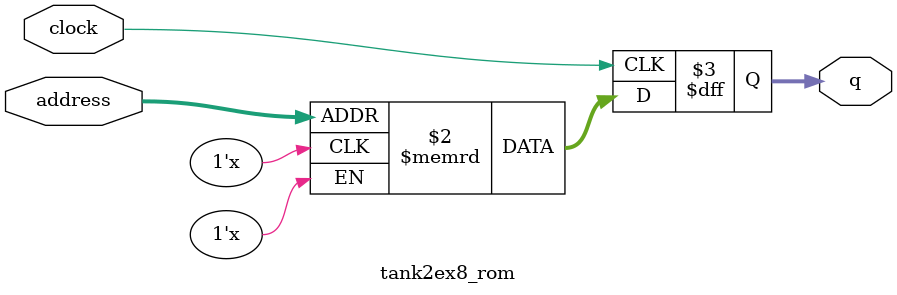
<source format=sv>
module tank2ex8_rom (
	input logic clock,
	input logic [9:0] address,
	output logic [3:0] q
);

logic [3:0] memory [0:1023] /* synthesis ram_init_file = "./tank2ex8/tank2ex8.mif" */;

always_ff @ (posedge clock) begin
	q <= memory[address];
end

endmodule

</source>
